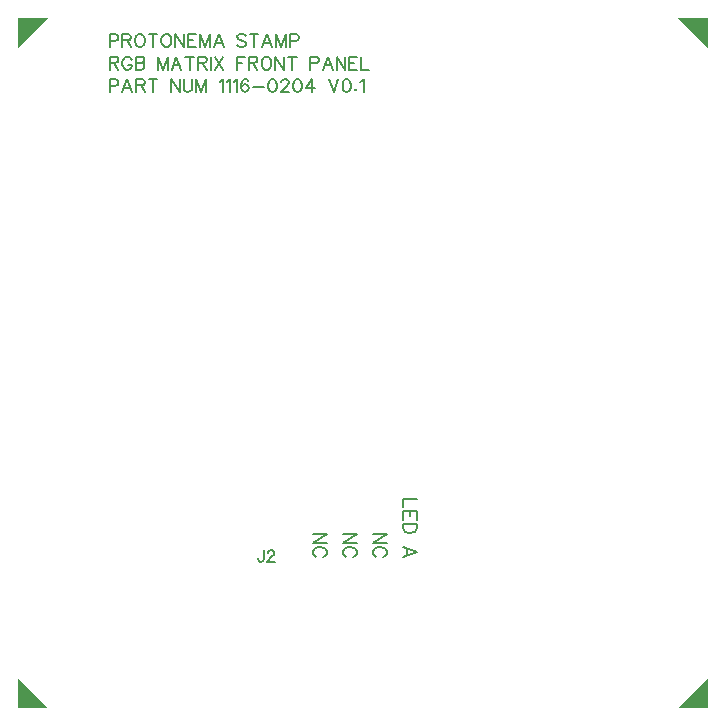
<source format=gto>
G04 Layer: TopSilkscreenLayer*
G04 EasyEDA v6.5.34, 2023-08-21 18:11:39*
G04 7c0d64df90874992beb4e0b3caab3860,5a6b42c53f6a479593ecc07194224c93,10*
G04 Gerber Generator version 0.2*
G04 Scale: 100 percent, Rotated: No, Reflected: No *
G04 Dimensions in millimeters *
G04 leading zeros omitted , absolute positions ,4 integer and 5 decimal *
%FSLAX45Y45*%
%MOMM*%

%ADD10C,0.1524*%

%LPD*%
D10*
X2610403Y1473197D02*
G01*
X2495849Y1473197D01*
X2610403Y1473197D02*
G01*
X2495849Y1396743D01*
X2610403Y1396743D02*
G01*
X2495849Y1396743D01*
X2582971Y1279141D02*
G01*
X2593893Y1284475D01*
X2604815Y1295397D01*
X2610403Y1306319D01*
X2610403Y1328163D01*
X2604815Y1339085D01*
X2593893Y1350007D01*
X2582971Y1355341D01*
X2566715Y1360929D01*
X2539283Y1360929D01*
X2523027Y1355341D01*
X2512105Y1350007D01*
X2501183Y1339085D01*
X2495849Y1328163D01*
X2495849Y1306319D01*
X2501183Y1295397D01*
X2512105Y1284475D01*
X2523027Y1279141D01*
X3372401Y1765292D02*
G01*
X3257847Y1765292D01*
X3257847Y1765292D02*
G01*
X3257847Y1699760D01*
X3372401Y1663946D02*
G01*
X3257847Y1663946D01*
X3372401Y1663946D02*
G01*
X3372401Y1592826D01*
X3317791Y1663946D02*
G01*
X3317791Y1620258D01*
X3257847Y1663946D02*
G01*
X3257847Y1592826D01*
X3372401Y1557012D02*
G01*
X3257847Y1557012D01*
X3372401Y1557012D02*
G01*
X3372401Y1518658D01*
X3366813Y1502402D01*
X3355891Y1491480D01*
X3344969Y1486146D01*
X3328713Y1480558D01*
X3301281Y1480558D01*
X3285025Y1486146D01*
X3274103Y1491480D01*
X3263181Y1502402D01*
X3257847Y1518658D01*
X3257847Y1557012D01*
X3372401Y1316982D02*
G01*
X3257847Y1360670D01*
X3372401Y1316982D02*
G01*
X3257847Y1273294D01*
X3295947Y1344160D02*
G01*
X3295947Y1289550D01*
X2077471Y1332755D02*
G01*
X2077471Y1260109D01*
X2072899Y1246393D01*
X2068327Y1241823D01*
X2059183Y1237249D01*
X2050293Y1237249D01*
X2041149Y1241823D01*
X2036577Y1246393D01*
X2032005Y1260109D01*
X2032005Y1269255D01*
X2112015Y1310147D02*
G01*
X2112015Y1314721D01*
X2116587Y1323609D01*
X2121159Y1328181D01*
X2130303Y1332755D01*
X2148337Y1332755D01*
X2157481Y1328181D01*
X2162053Y1323609D01*
X2166625Y1314721D01*
X2166625Y1305577D01*
X2162053Y1296431D01*
X2152909Y1282715D01*
X2107443Y1237249D01*
X2171197Y1237249D01*
X2864403Y1473197D02*
G01*
X2749849Y1473197D01*
X2864403Y1473197D02*
G01*
X2749849Y1396743D01*
X2864403Y1396743D02*
G01*
X2749849Y1396743D01*
X2836971Y1279141D02*
G01*
X2847893Y1284475D01*
X2858815Y1295397D01*
X2864403Y1306319D01*
X2864403Y1328163D01*
X2858815Y1339085D01*
X2847893Y1350007D01*
X2836971Y1355341D01*
X2820715Y1360929D01*
X2793283Y1360929D01*
X2777027Y1355341D01*
X2766105Y1350007D01*
X2755183Y1339085D01*
X2749849Y1328163D01*
X2749849Y1306319D01*
X2755183Y1295397D01*
X2766105Y1284475D01*
X2777027Y1279141D01*
X3118403Y1473197D02*
G01*
X3003849Y1473197D01*
X3118403Y1473197D02*
G01*
X3003849Y1396743D01*
X3118403Y1396743D02*
G01*
X3003849Y1396743D01*
X3090971Y1279141D02*
G01*
X3101893Y1284475D01*
X3112815Y1295397D01*
X3118403Y1306319D01*
X3118403Y1328163D01*
X3112815Y1339085D01*
X3101893Y1350007D01*
X3090971Y1355341D01*
X3074715Y1360929D01*
X3047283Y1360929D01*
X3031027Y1355341D01*
X3020105Y1350007D01*
X3009183Y1339085D01*
X3003849Y1328163D01*
X3003849Y1306319D01*
X3009183Y1295397D01*
X3020105Y1284475D01*
X3031027Y1279141D01*
X774692Y5703308D02*
G01*
X774692Y5594342D01*
X774692Y5703308D02*
G01*
X821428Y5703308D01*
X836922Y5698228D01*
X842256Y5692894D01*
X847336Y5682480D01*
X847336Y5666986D01*
X842256Y5656572D01*
X836922Y5651492D01*
X821428Y5646158D01*
X774692Y5646158D01*
X881626Y5703308D02*
G01*
X881626Y5594342D01*
X881626Y5703308D02*
G01*
X928362Y5703308D01*
X944110Y5698228D01*
X949190Y5692894D01*
X954524Y5682480D01*
X954524Y5672066D01*
X949190Y5661652D01*
X944110Y5656572D01*
X928362Y5651492D01*
X881626Y5651492D01*
X918202Y5651492D02*
G01*
X954524Y5594342D01*
X1019802Y5703308D02*
G01*
X1009642Y5698228D01*
X999228Y5687814D01*
X993894Y5677400D01*
X988814Y5661652D01*
X988814Y5635744D01*
X993894Y5620250D01*
X999228Y5609836D01*
X1009642Y5599422D01*
X1019802Y5594342D01*
X1040630Y5594342D01*
X1051044Y5599422D01*
X1061458Y5609836D01*
X1066792Y5620250D01*
X1071872Y5635744D01*
X1071872Y5661652D01*
X1066792Y5677400D01*
X1061458Y5687814D01*
X1051044Y5698228D01*
X1040630Y5703308D01*
X1019802Y5703308D01*
X1142484Y5703308D02*
G01*
X1142484Y5594342D01*
X1106162Y5703308D02*
G01*
X1178806Y5703308D01*
X1244338Y5703308D02*
G01*
X1233924Y5698228D01*
X1223510Y5687814D01*
X1218430Y5677400D01*
X1213096Y5661652D01*
X1213096Y5635744D01*
X1218430Y5620250D01*
X1223510Y5609836D01*
X1233924Y5599422D01*
X1244338Y5594342D01*
X1265166Y5594342D01*
X1275580Y5599422D01*
X1285994Y5609836D01*
X1291074Y5620250D01*
X1296408Y5635744D01*
X1296408Y5661652D01*
X1291074Y5677400D01*
X1285994Y5687814D01*
X1275580Y5698228D01*
X1265166Y5703308D01*
X1244338Y5703308D01*
X1330698Y5703308D02*
G01*
X1330698Y5594342D01*
X1330698Y5703308D02*
G01*
X1403342Y5594342D01*
X1403342Y5703308D02*
G01*
X1403342Y5594342D01*
X1437632Y5703308D02*
G01*
X1437632Y5594342D01*
X1437632Y5703308D02*
G01*
X1505196Y5703308D01*
X1437632Y5651492D02*
G01*
X1479288Y5651492D01*
X1437632Y5594342D02*
G01*
X1505196Y5594342D01*
X1539486Y5703308D02*
G01*
X1539486Y5594342D01*
X1539486Y5703308D02*
G01*
X1581142Y5594342D01*
X1622544Y5703308D02*
G01*
X1581142Y5594342D01*
X1622544Y5703308D02*
G01*
X1622544Y5594342D01*
X1698490Y5703308D02*
G01*
X1656834Y5594342D01*
X1698490Y5703308D02*
G01*
X1739892Y5594342D01*
X1672582Y5630664D02*
G01*
X1724398Y5630664D01*
X1927090Y5687814D02*
G01*
X1916676Y5698228D01*
X1901182Y5703308D01*
X1880354Y5703308D01*
X1864606Y5698228D01*
X1854192Y5687814D01*
X1854192Y5677400D01*
X1859526Y5666986D01*
X1864606Y5661652D01*
X1875020Y5656572D01*
X1906262Y5646158D01*
X1916676Y5641078D01*
X1921756Y5635744D01*
X1927090Y5625330D01*
X1927090Y5609836D01*
X1916676Y5599422D01*
X1901182Y5594342D01*
X1880354Y5594342D01*
X1864606Y5599422D01*
X1854192Y5609836D01*
X1997702Y5703308D02*
G01*
X1997702Y5594342D01*
X1961380Y5703308D02*
G01*
X2034024Y5703308D01*
X2109970Y5703308D02*
G01*
X2068314Y5594342D01*
X2109970Y5703308D02*
G01*
X2151372Y5594342D01*
X2084062Y5630664D02*
G01*
X2135878Y5630664D01*
X2185662Y5703308D02*
G01*
X2185662Y5594342D01*
X2185662Y5703308D02*
G01*
X2227318Y5594342D01*
X2268974Y5703308D02*
G01*
X2227318Y5594342D01*
X2268974Y5703308D02*
G01*
X2268974Y5594342D01*
X2303264Y5703308D02*
G01*
X2303264Y5594342D01*
X2303264Y5703308D02*
G01*
X2350000Y5703308D01*
X2365494Y5698228D01*
X2370828Y5692894D01*
X2375908Y5682480D01*
X2375908Y5666986D01*
X2370828Y5656572D01*
X2365494Y5651492D01*
X2350000Y5646158D01*
X2303264Y5646158D01*
X774692Y5512859D02*
G01*
X774692Y5403639D01*
X774692Y5512859D02*
G01*
X821428Y5512859D01*
X836922Y5507525D01*
X842256Y5502445D01*
X847336Y5492031D01*
X847336Y5481617D01*
X842256Y5471203D01*
X836922Y5466123D01*
X821428Y5460789D01*
X774692Y5460789D01*
X811014Y5460789D02*
G01*
X847336Y5403639D01*
X959604Y5486951D02*
G01*
X954524Y5497365D01*
X944110Y5507525D01*
X933696Y5512859D01*
X912868Y5512859D01*
X902454Y5507525D01*
X892040Y5497365D01*
X886960Y5486951D01*
X881626Y5471203D01*
X881626Y5445295D01*
X886960Y5429801D01*
X892040Y5419387D01*
X902454Y5408973D01*
X912868Y5403639D01*
X933696Y5403639D01*
X944110Y5408973D01*
X954524Y5419387D01*
X959604Y5429801D01*
X959604Y5445295D01*
X933696Y5445295D02*
G01*
X959604Y5445295D01*
X993894Y5512859D02*
G01*
X993894Y5403639D01*
X993894Y5512859D02*
G01*
X1040630Y5512859D01*
X1056378Y5507525D01*
X1061458Y5502445D01*
X1066792Y5492031D01*
X1066792Y5481617D01*
X1061458Y5471203D01*
X1056378Y5466123D01*
X1040630Y5460789D01*
X993894Y5460789D02*
G01*
X1040630Y5460789D01*
X1056378Y5455709D01*
X1061458Y5450375D01*
X1066792Y5440215D01*
X1066792Y5424467D01*
X1061458Y5414053D01*
X1056378Y5408973D01*
X1040630Y5403639D01*
X993894Y5403639D01*
X1181092Y5512859D02*
G01*
X1181092Y5403639D01*
X1181092Y5512859D02*
G01*
X1222494Y5403639D01*
X1264150Y5512859D02*
G01*
X1222494Y5403639D01*
X1264150Y5512859D02*
G01*
X1264150Y5403639D01*
X1339842Y5512859D02*
G01*
X1298440Y5403639D01*
X1339842Y5512859D02*
G01*
X1381498Y5403639D01*
X1313934Y5440215D02*
G01*
X1366004Y5440215D01*
X1452110Y5512859D02*
G01*
X1452110Y5403639D01*
X1415788Y5512859D02*
G01*
X1488432Y5512859D01*
X1522722Y5512859D02*
G01*
X1522722Y5403639D01*
X1522722Y5512859D02*
G01*
X1569712Y5512859D01*
X1585206Y5507525D01*
X1590286Y5502445D01*
X1595620Y5492031D01*
X1595620Y5481617D01*
X1590286Y5471203D01*
X1585206Y5466123D01*
X1569712Y5460789D01*
X1522722Y5460789D01*
X1559298Y5460789D02*
G01*
X1595620Y5403639D01*
X1629910Y5512859D02*
G01*
X1629910Y5403639D01*
X1664200Y5512859D02*
G01*
X1736844Y5403639D01*
X1736844Y5512859D02*
G01*
X1664200Y5403639D01*
X1851144Y5512859D02*
G01*
X1851144Y5403639D01*
X1851144Y5512859D02*
G01*
X1918708Y5512859D01*
X1851144Y5460789D02*
G01*
X1892800Y5460789D01*
X1952998Y5512859D02*
G01*
X1952998Y5403639D01*
X1952998Y5512859D02*
G01*
X1999734Y5512859D01*
X2015482Y5507525D01*
X2020562Y5502445D01*
X2025642Y5492031D01*
X2025642Y5481617D01*
X2020562Y5471203D01*
X2015482Y5466123D01*
X1999734Y5460789D01*
X1952998Y5460789D01*
X1989320Y5460789D02*
G01*
X2025642Y5403639D01*
X2091174Y5512859D02*
G01*
X2080760Y5507525D01*
X2070346Y5497365D01*
X2065266Y5486951D01*
X2059932Y5471203D01*
X2059932Y5445295D01*
X2065266Y5429801D01*
X2070346Y5419387D01*
X2080760Y5408973D01*
X2091174Y5403639D01*
X2112002Y5403639D01*
X2122416Y5408973D01*
X2132830Y5419387D01*
X2137910Y5429801D01*
X2143244Y5445295D01*
X2143244Y5471203D01*
X2137910Y5486951D01*
X2132830Y5497365D01*
X2122416Y5507525D01*
X2112002Y5512859D01*
X2091174Y5512859D01*
X2177534Y5512859D02*
G01*
X2177534Y5403639D01*
X2177534Y5512859D02*
G01*
X2250178Y5403639D01*
X2250178Y5512859D02*
G01*
X2250178Y5403639D01*
X2320790Y5512859D02*
G01*
X2320790Y5403639D01*
X2284468Y5512859D02*
G01*
X2357112Y5512859D01*
X2471412Y5512859D02*
G01*
X2471412Y5403639D01*
X2471412Y5512859D02*
G01*
X2518402Y5512859D01*
X2533896Y5507525D01*
X2538976Y5502445D01*
X2544310Y5492031D01*
X2544310Y5476537D01*
X2538976Y5466123D01*
X2533896Y5460789D01*
X2518402Y5455709D01*
X2471412Y5455709D01*
X2620002Y5512859D02*
G01*
X2578600Y5403639D01*
X2620002Y5512859D02*
G01*
X2661658Y5403639D01*
X2594094Y5440215D02*
G01*
X2646164Y5440215D01*
X2695948Y5512859D02*
G01*
X2695948Y5403639D01*
X2695948Y5512859D02*
G01*
X2768592Y5403639D01*
X2768592Y5512859D02*
G01*
X2768592Y5403639D01*
X2802882Y5512859D02*
G01*
X2802882Y5403639D01*
X2802882Y5512859D02*
G01*
X2870446Y5512859D01*
X2802882Y5460789D02*
G01*
X2844538Y5460789D01*
X2802882Y5403639D02*
G01*
X2870446Y5403639D01*
X2904736Y5512859D02*
G01*
X2904736Y5403639D01*
X2904736Y5403639D02*
G01*
X2967220Y5403639D01*
X774692Y5322359D02*
G01*
X774692Y5213139D01*
X774692Y5322359D02*
G01*
X821428Y5322359D01*
X836922Y5317025D01*
X842256Y5311945D01*
X847336Y5301531D01*
X847336Y5286037D01*
X842256Y5275623D01*
X836922Y5270289D01*
X821428Y5265209D01*
X774692Y5265209D01*
X923282Y5322359D02*
G01*
X881626Y5213139D01*
X923282Y5322359D02*
G01*
X964938Y5213139D01*
X897374Y5249715D02*
G01*
X949190Y5249715D01*
X999228Y5322359D02*
G01*
X999228Y5213139D01*
X999228Y5322359D02*
G01*
X1045964Y5322359D01*
X1061458Y5317025D01*
X1066792Y5311945D01*
X1071872Y5301531D01*
X1071872Y5291117D01*
X1066792Y5280703D01*
X1061458Y5275623D01*
X1045964Y5270289D01*
X999228Y5270289D01*
X1035550Y5270289D02*
G01*
X1071872Y5213139D01*
X1142484Y5322359D02*
G01*
X1142484Y5213139D01*
X1106162Y5322359D02*
G01*
X1178806Y5322359D01*
X1293106Y5322359D02*
G01*
X1293106Y5213139D01*
X1293106Y5322359D02*
G01*
X1366004Y5213139D01*
X1366004Y5322359D02*
G01*
X1366004Y5213139D01*
X1400294Y5322359D02*
G01*
X1400294Y5244381D01*
X1405374Y5228887D01*
X1415788Y5218473D01*
X1431282Y5213139D01*
X1441696Y5213139D01*
X1457444Y5218473D01*
X1467858Y5228887D01*
X1472938Y5244381D01*
X1472938Y5322359D01*
X1507228Y5322359D02*
G01*
X1507228Y5213139D01*
X1507228Y5322359D02*
G01*
X1548884Y5213139D01*
X1590286Y5322359D02*
G01*
X1548884Y5213139D01*
X1590286Y5322359D02*
G01*
X1590286Y5213139D01*
X1704586Y5301531D02*
G01*
X1715000Y5306865D01*
X1730748Y5322359D01*
X1730748Y5213139D01*
X1765038Y5301531D02*
G01*
X1775452Y5306865D01*
X1790946Y5322359D01*
X1790946Y5213139D01*
X1825236Y5301531D02*
G01*
X1835650Y5306865D01*
X1851144Y5322359D01*
X1851144Y5213139D01*
X1947918Y5306865D02*
G01*
X1942584Y5317025D01*
X1927090Y5322359D01*
X1916676Y5322359D01*
X1901182Y5317025D01*
X1890768Y5301531D01*
X1885434Y5275623D01*
X1885434Y5249715D01*
X1890768Y5228887D01*
X1901182Y5218473D01*
X1916676Y5213139D01*
X1921756Y5213139D01*
X1937504Y5218473D01*
X1947918Y5228887D01*
X1952998Y5244381D01*
X1952998Y5249715D01*
X1947918Y5265209D01*
X1937504Y5275623D01*
X1921756Y5280703D01*
X1916676Y5280703D01*
X1901182Y5275623D01*
X1890768Y5265209D01*
X1885434Y5249715D01*
X1987288Y5259875D02*
G01*
X2080760Y5259875D01*
X2146292Y5322359D02*
G01*
X2130798Y5317025D01*
X2120384Y5301531D01*
X2115050Y5275623D01*
X2115050Y5259875D01*
X2120384Y5233967D01*
X2130798Y5218473D01*
X2146292Y5213139D01*
X2156706Y5213139D01*
X2172200Y5218473D01*
X2182614Y5233967D01*
X2187948Y5259875D01*
X2187948Y5275623D01*
X2182614Y5301531D01*
X2172200Y5317025D01*
X2156706Y5322359D01*
X2146292Y5322359D01*
X2227318Y5296451D02*
G01*
X2227318Y5301531D01*
X2232652Y5311945D01*
X2237732Y5317025D01*
X2248146Y5322359D01*
X2268974Y5322359D01*
X2279388Y5317025D01*
X2284468Y5311945D01*
X2289802Y5301531D01*
X2289802Y5291117D01*
X2284468Y5280703D01*
X2274054Y5265209D01*
X2222238Y5213139D01*
X2294882Y5213139D01*
X2360414Y5322359D02*
G01*
X2344666Y5317025D01*
X2334252Y5301531D01*
X2329172Y5275623D01*
X2329172Y5259875D01*
X2334252Y5233967D01*
X2344666Y5218473D01*
X2360414Y5213139D01*
X2370828Y5213139D01*
X2386322Y5218473D01*
X2396736Y5233967D01*
X2401816Y5259875D01*
X2401816Y5275623D01*
X2396736Y5301531D01*
X2386322Y5317025D01*
X2370828Y5322359D01*
X2360414Y5322359D01*
X2488176Y5322359D02*
G01*
X2436106Y5249715D01*
X2514084Y5249715D01*
X2488176Y5322359D02*
G01*
X2488176Y5213139D01*
X2628384Y5322359D02*
G01*
X2670040Y5213139D01*
X2711442Y5322359D02*
G01*
X2670040Y5213139D01*
X2776974Y5322359D02*
G01*
X2761480Y5317025D01*
X2751066Y5301531D01*
X2745732Y5275623D01*
X2745732Y5259875D01*
X2751066Y5233967D01*
X2761480Y5218473D01*
X2776974Y5213139D01*
X2787388Y5213139D01*
X2802882Y5218473D01*
X2813296Y5233967D01*
X2818630Y5259875D01*
X2818630Y5275623D01*
X2813296Y5301531D01*
X2802882Y5317025D01*
X2787388Y5322359D01*
X2776974Y5322359D01*
X2858000Y5239301D02*
G01*
X2852920Y5233967D01*
X2858000Y5228887D01*
X2863334Y5233967D01*
X2858000Y5239301D01*
X2897624Y5301531D02*
G01*
X2908038Y5306865D01*
X2923532Y5322359D01*
X2923532Y5213139D01*
G36*
X0Y5842000D02*
G01*
X0Y5588000D01*
X254000Y5842000D01*
G37*
G36*
X0Y254000D02*
G01*
X0Y0D01*
X254000Y0D01*
G37*
G36*
X5842000Y254000D02*
G01*
X5588000Y0D01*
X5842000Y0D01*
G37*
G36*
X5588000Y5842000D02*
G01*
X5842000Y5588000D01*
X5842000Y5842000D01*
G37*
M02*

</source>
